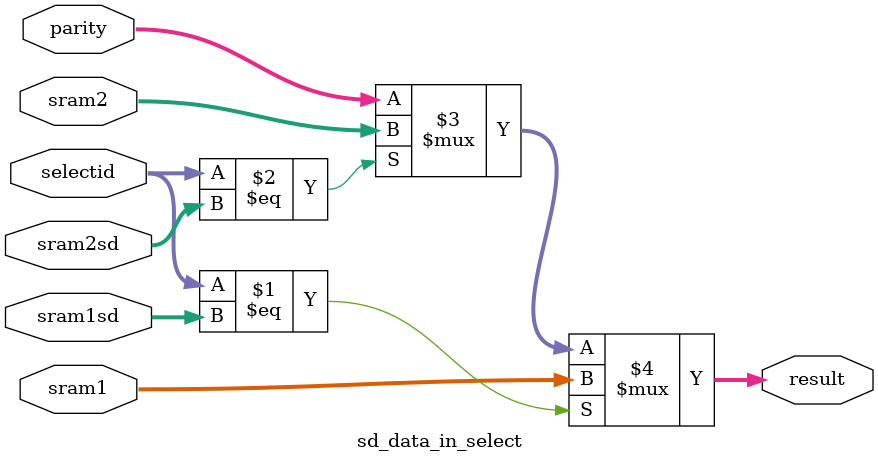
<source format=sv>

module sd_data_in_select(
	input wire [1:0] selectid,
	input wire [31:0] sram1,
	input wire [31:0] sram2,
	input wire [31:0] parity,
	input wire [1:0] sram1sd,
	input wire [1:0] sram2sd,
	output wire [31:0] result
);

assign result = (selectid == sram1sd) ? sram1 : ((selectid == sram2sd) ? sram2 : parity);

endmodule

</source>
